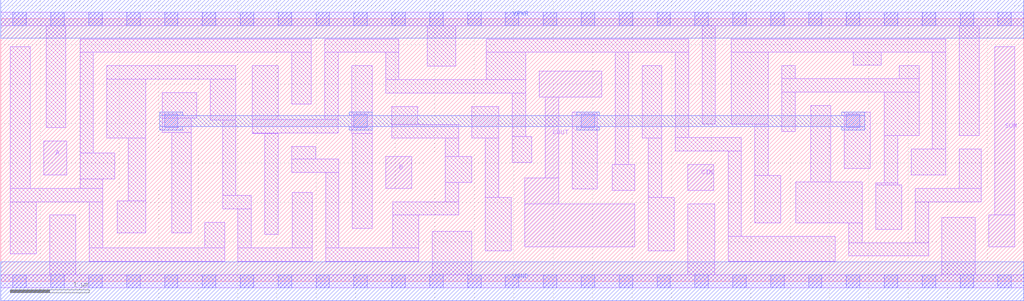
<source format=lef>
# Copyright 2020 The SkyWater PDK Authors
#
# Licensed under the Apache License, Version 2.0 (the "License");
# you may not use this file except in compliance with the License.
# You may obtain a copy of the License at
#
#     https://www.apache.org/licenses/LICENSE-2.0
#
# Unless required by applicable law or agreed to in writing, software
# distributed under the License is distributed on an "AS IS" BASIS,
# WITHOUT WARRANTIES OR CONDITIONS OF ANY KIND, either express or implied.
# See the License for the specific language governing permissions and
# limitations under the License.
#
# SPDX-License-Identifier: Apache-2.0

VERSION 5.7 ;
  NOWIREEXTENSIONATPIN ON ;
  DIVIDERCHAR "/" ;
  BUSBITCHARS "[]" ;
UNITS
  DATABASE MICRONS 200 ;
END UNITS
MACRO sky130_fd_sc_ls__fahcin_1
  CLASS CORE ;
  FOREIGN sky130_fd_sc_ls__fahcin_1 ;
  ORIGIN  0.000000  0.000000 ;
  SIZE  12.96000 BY  3.330000 ;
  SYMMETRY X Y ;
  SITE unit ;
  PIN A
    ANTENNAGATEAREA  0.279000 ;
    DIRECTION INPUT ;
    USE SIGNAL ;
    PORT
      LAYER li1 ;
        RECT 0.545000 1.350000 0.835000 1.780000 ;
    END
  END A
  PIN B
    ANTENNAGATEAREA  0.723000 ;
    DIRECTION INPUT ;
    USE SIGNAL ;
    PORT
      LAYER li1 ;
        RECT 4.875000 1.180000 5.205000 1.585000 ;
    END
  END B
  PIN CIN
    ANTENNAGATEAREA  0.525000 ;
    DIRECTION INPUT ;
    USE SIGNAL ;
    PORT
      LAYER li1 ;
        RECT 8.705000 1.155000 9.035000 1.485000 ;
    END
  END CIN
  PIN COUT
    ANTENNADIFFAREA  1.959800 ;
    DIRECTION OUTPUT ;
    USE SIGNAL ;
    PORT
      LAYER li1 ;
        RECT 6.640000 0.440000 8.035000 0.985000 ;
        RECT 6.640000 0.985000 7.070000 1.310000 ;
        RECT 6.820000 2.335000 7.615000 2.665000 ;
        RECT 6.900000 1.310000 7.070000 2.335000 ;
    END
  END COUT
  PIN SUM
    ANTENNADIFFAREA  0.541300 ;
    DIRECTION OUTPUT ;
    USE SIGNAL ;
    PORT
      LAYER li1 ;
        RECT 12.515000 0.440000 12.845000 0.840000 ;
        RECT 12.595000 0.840000 12.845000 2.980000 ;
    END
  END SUM
  PIN VGND
    DIRECTION INOUT ;
    SHAPE ABUTMENT ;
    USE GROUND ;
    PORT
      LAYER met1 ;
        RECT 0.000000 -0.245000 12.960000 0.245000 ;
    END
  END VGND
  PIN VPWR
    DIRECTION INOUT ;
    SHAPE ABUTMENT ;
    USE POWER ;
    PORT
      LAYER met1 ;
        RECT 0.000000 3.085000 12.960000 3.575000 ;
    END
  END VPWR
  OBS
    LAYER li1 ;
      RECT  0.000000 -0.085000 12.960000 0.085000 ;
      RECT  0.000000  3.245000 12.960000 3.415000 ;
      RECT  0.120000  0.350000  0.450000 1.010000 ;
      RECT  0.120000  1.010000  1.290000 1.180000 ;
      RECT  0.120000  1.180000  0.375000 2.980000 ;
      RECT  0.575000  1.950000  0.825000 3.245000 ;
      RECT  0.620000  0.085000  0.950000 0.840000 ;
      RECT  1.005000  1.180000  1.290000 1.300000 ;
      RECT  1.005000  1.300000  1.445000 1.630000 ;
      RECT  1.005000  1.630000  1.175000 2.905000 ;
      RECT  1.005000  2.905000  3.935000 3.075000 ;
      RECT  1.120000  0.255000  2.835000 0.425000 ;
      RECT  1.120000  0.425000  1.290000 1.010000 ;
      RECT  1.345000  1.820000  1.835000 2.565000 ;
      RECT  1.345000  2.565000  2.980000 2.735000 ;
      RECT  1.475000  0.615000  1.835000 1.020000 ;
      RECT  1.615000  1.020000  1.835000 1.820000 ;
      RECT  2.045000  1.890000  2.415000 2.070000 ;
      RECT  2.045000  2.070000  2.485000 2.395000 ;
      RECT  2.165000  0.615000  2.415000 1.890000 ;
      RECT  2.585000  0.425000  2.835000 0.750000 ;
      RECT  2.655000  2.045000  2.980000 2.565000 ;
      RECT  2.810000  0.920000  3.175000 1.090000 ;
      RECT  2.810000  1.090000  2.980000 2.045000 ;
      RECT  3.005000  0.255000  3.945000 0.425000 ;
      RECT  3.005000  0.425000  3.175000 0.920000 ;
      RECT  3.185000  1.875000  3.515000 1.880000 ;
      RECT  3.185000  1.880000  4.275000 2.050000 ;
      RECT  3.185000  2.050000  3.515000 2.735000 ;
      RECT  3.345000  0.595000  3.515000 1.875000 ;
      RECT  3.685000  1.380000  4.285000 1.550000 ;
      RECT  3.685000  1.550000  3.990000 1.710000 ;
      RECT  3.685000  2.250000  3.935000 2.905000 ;
      RECT  3.695000  0.425000  3.945000 1.125000 ;
      RECT  4.105000  2.050000  4.275000 2.905000 ;
      RECT  4.105000  2.905000  5.045000 3.075000 ;
      RECT  4.115000  0.255000  5.295000 0.425000 ;
      RECT  4.115000  0.425000  4.285000 1.380000 ;
      RECT  4.445000  1.875000  4.705000 2.735000 ;
      RECT  4.455000  0.670000  4.705000 1.875000 ;
      RECT  4.875000  2.390000  6.650000 2.560000 ;
      RECT  4.875000  2.560000  5.045000 2.905000 ;
      RECT  4.955000  1.820000  5.800000 1.990000 ;
      RECT  4.955000  1.990000  5.285000 2.220000 ;
      RECT  4.965000  0.425000  5.295000 0.840000 ;
      RECT  4.965000  0.840000  5.800000 1.010000 ;
      RECT  5.405000  2.730000  5.765000 3.245000 ;
      RECT  5.465000  0.085000  5.970000 0.635000 ;
      RECT  5.630000  1.010000  5.800000 1.255000 ;
      RECT  5.630000  1.255000  5.970000 1.585000 ;
      RECT  5.630000  1.585000  5.800000 1.820000 ;
      RECT  5.970000  1.820000  6.310000 2.220000 ;
      RECT  6.140000  0.385000  6.470000 1.065000 ;
      RECT  6.140000  1.065000  6.310000 1.820000 ;
      RECT  6.150000  2.560000  6.650000 2.905000 ;
      RECT  6.150000  2.905000  8.715000 3.075000 ;
      RECT  6.480000  1.510000  6.730000 1.840000 ;
      RECT  6.480000  1.840000  6.650000 2.390000 ;
      RECT  7.240000  1.170000  7.555000 2.150000 ;
      RECT  7.745000  1.155000  8.035000 1.485000 ;
      RECT  7.785000  1.485000  7.955000 2.905000 ;
      RECT  8.125000  1.820000  8.375000 2.735000 ;
      RECT  8.205000  0.385000  8.535000 1.065000 ;
      RECT  8.205000  1.065000  8.375000 1.820000 ;
      RECT  8.545000  1.655000  9.385000 1.825000 ;
      RECT  8.545000  1.825000  8.715000 2.905000 ;
      RECT  8.705000  0.085000  9.045000 0.985000 ;
      RECT  8.885000  1.995000  9.055000 3.245000 ;
      RECT  9.215000  0.255000 10.575000 0.570000 ;
      RECT  9.215000  0.570000  9.385000 1.655000 ;
      RECT  9.255000  1.995000  9.725000 2.905000 ;
      RECT  9.255000  2.905000 11.975000 3.075000 ;
      RECT  9.555000  0.740000  9.885000 1.340000 ;
      RECT  9.555000  1.340000  9.725000 1.995000 ;
      RECT  9.895000  1.900000 10.065000 2.400000 ;
      RECT  9.895000  2.400000 11.635000 2.570000 ;
      RECT  9.895000  2.570000 10.065000 2.735000 ;
      RECT 10.070000  0.740000 10.915000 1.260000 ;
      RECT 10.265000  1.260000 10.515000 2.230000 ;
      RECT 10.685000  1.430000 11.015000 2.150000 ;
      RECT 10.745000  0.320000 11.755000 0.490000 ;
      RECT 10.745000  0.490000 10.915000 0.740000 ;
      RECT 10.800000  2.740000 11.155000 2.905000 ;
      RECT 11.085000  0.660000 11.415000 1.220000 ;
      RECT 11.085000  1.220000 11.365000 1.250000 ;
      RECT 11.195000  1.250000 11.365000 1.850000 ;
      RECT 11.195000  1.850000 11.635000 2.400000 ;
      RECT 11.385000  2.570000 11.635000 2.735000 ;
      RECT 11.535000  1.350000 11.975000 1.680000 ;
      RECT 11.585000  0.490000 11.755000 1.010000 ;
      RECT 11.585000  1.010000 12.425000 1.180000 ;
      RECT 11.805000  1.680000 11.975000 2.905000 ;
      RECT 11.925000  0.085000 12.345000 0.810000 ;
      RECT 12.145000  1.180000 12.425000 1.680000 ;
      RECT 12.145000  1.850000 12.395000 3.245000 ;
    LAYER mcon ;
      RECT  0.155000 -0.085000  0.325000 0.085000 ;
      RECT  0.155000  3.245000  0.325000 3.415000 ;
      RECT  0.635000 -0.085000  0.805000 0.085000 ;
      RECT  0.635000  3.245000  0.805000 3.415000 ;
      RECT  1.115000 -0.085000  1.285000 0.085000 ;
      RECT  1.115000  3.245000  1.285000 3.415000 ;
      RECT  1.595000 -0.085000  1.765000 0.085000 ;
      RECT  1.595000  3.245000  1.765000 3.415000 ;
      RECT  2.075000 -0.085000  2.245000 0.085000 ;
      RECT  2.075000  1.950000  2.245000 2.120000 ;
      RECT  2.075000  3.245000  2.245000 3.415000 ;
      RECT  2.555000 -0.085000  2.725000 0.085000 ;
      RECT  2.555000  3.245000  2.725000 3.415000 ;
      RECT  3.035000 -0.085000  3.205000 0.085000 ;
      RECT  3.035000  3.245000  3.205000 3.415000 ;
      RECT  3.515000 -0.085000  3.685000 0.085000 ;
      RECT  3.515000  3.245000  3.685000 3.415000 ;
      RECT  3.995000 -0.085000  4.165000 0.085000 ;
      RECT  3.995000  3.245000  4.165000 3.415000 ;
      RECT  4.475000 -0.085000  4.645000 0.085000 ;
      RECT  4.475000  1.950000  4.645000 2.120000 ;
      RECT  4.475000  3.245000  4.645000 3.415000 ;
      RECT  4.955000 -0.085000  5.125000 0.085000 ;
      RECT  4.955000  3.245000  5.125000 3.415000 ;
      RECT  5.435000 -0.085000  5.605000 0.085000 ;
      RECT  5.435000  3.245000  5.605000 3.415000 ;
      RECT  5.915000 -0.085000  6.085000 0.085000 ;
      RECT  5.915000  3.245000  6.085000 3.415000 ;
      RECT  6.395000 -0.085000  6.565000 0.085000 ;
      RECT  6.395000  3.245000  6.565000 3.415000 ;
      RECT  6.875000 -0.085000  7.045000 0.085000 ;
      RECT  6.875000  3.245000  7.045000 3.415000 ;
      RECT  7.355000 -0.085000  7.525000 0.085000 ;
      RECT  7.355000  1.950000  7.525000 2.120000 ;
      RECT  7.355000  3.245000  7.525000 3.415000 ;
      RECT  7.835000 -0.085000  8.005000 0.085000 ;
      RECT  7.835000  3.245000  8.005000 3.415000 ;
      RECT  8.315000 -0.085000  8.485000 0.085000 ;
      RECT  8.315000  3.245000  8.485000 3.415000 ;
      RECT  8.795000 -0.085000  8.965000 0.085000 ;
      RECT  8.795000  3.245000  8.965000 3.415000 ;
      RECT  9.275000 -0.085000  9.445000 0.085000 ;
      RECT  9.275000  3.245000  9.445000 3.415000 ;
      RECT  9.755000 -0.085000  9.925000 0.085000 ;
      RECT  9.755000  3.245000  9.925000 3.415000 ;
      RECT 10.235000 -0.085000 10.405000 0.085000 ;
      RECT 10.235000  3.245000 10.405000 3.415000 ;
      RECT 10.715000 -0.085000 10.885000 0.085000 ;
      RECT 10.715000  1.950000 10.885000 2.120000 ;
      RECT 10.715000  3.245000 10.885000 3.415000 ;
      RECT 11.195000 -0.085000 11.365000 0.085000 ;
      RECT 11.195000  3.245000 11.365000 3.415000 ;
      RECT 11.675000 -0.085000 11.845000 0.085000 ;
      RECT 11.675000  3.245000 11.845000 3.415000 ;
      RECT 12.155000 -0.085000 12.325000 0.085000 ;
      RECT 12.155000  3.245000 12.325000 3.415000 ;
      RECT 12.635000 -0.085000 12.805000 0.085000 ;
      RECT 12.635000  3.245000 12.805000 3.415000 ;
    LAYER met1 ;
      RECT  2.015000 1.920000  2.305000 1.965000 ;
      RECT  2.015000 1.965000 10.945000 2.105000 ;
      RECT  2.015000 2.105000  2.305000 2.150000 ;
      RECT  4.415000 1.920000  4.705000 1.965000 ;
      RECT  4.415000 2.105000  4.705000 2.150000 ;
      RECT  7.295000 1.920000  7.585000 1.965000 ;
      RECT  7.295000 2.105000  7.585000 2.150000 ;
      RECT 10.655000 1.920000 10.945000 1.965000 ;
      RECT 10.655000 2.105000 10.945000 2.150000 ;
  END
END sky130_fd_sc_ls__fahcin_1
END LIBRARY

</source>
